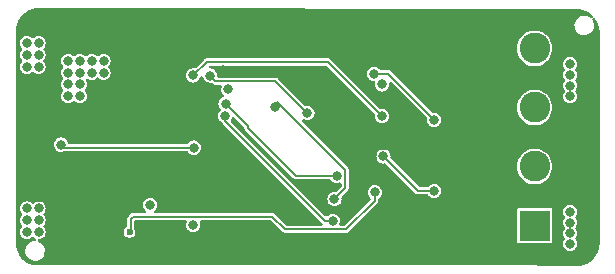
<source format=gbr>
%TF.GenerationSoftware,KiCad,Pcbnew,7.0.1-0*%
%TF.CreationDate,2023-11-20T21:41:34+01:00*%
%TF.ProjectId,luz,6c757a2e-6b69-4636-9164-5f7063625858,rev?*%
%TF.SameCoordinates,Original*%
%TF.FileFunction,Copper,L3,Inr*%
%TF.FilePolarity,Positive*%
%FSLAX46Y46*%
G04 Gerber Fmt 4.6, Leading zero omitted, Abs format (unit mm)*
G04 Created by KiCad (PCBNEW 7.0.1-0) date 2023-11-20 21:41:34*
%MOMM*%
%LPD*%
G01*
G04 APERTURE LIST*
%TA.AperFunction,ComponentPad*%
%ADD10C,2.600000*%
%TD*%
%TA.AperFunction,ComponentPad*%
%ADD11R,2.600000X2.600000*%
%TD*%
%TA.AperFunction,ViaPad*%
%ADD12C,0.800000*%
%TD*%
%TA.AperFunction,ViaPad*%
%ADD13C,0.600000*%
%TD*%
%TA.AperFunction,Conductor*%
%ADD14C,0.200000*%
%TD*%
G04 APERTURE END LIST*
D10*
%TO.N,GND*%
%TO.C,J2*%
X76500000Y-99450000D03*
%TO.N,Net-(J2-Pin_3)*%
X76500000Y-104450000D03*
%TO.N,Net-(J2-Pin_2)*%
X76500000Y-109450000D03*
D11*
%TO.N,VDCOUT*%
X76500000Y-114450000D03*
%TD*%
D12*
%TO.N,GND*%
X33500000Y-113000000D03*
X34500000Y-113000000D03*
X33500000Y-101000000D03*
X34500000Y-101000000D03*
%TO.N,VMon*%
X43950000Y-112695000D03*
%TO.N,VDCOUT*%
X47600000Y-114400000D03*
%TO.N,C1*%
X63700000Y-108600000D03*
%TO.N,C2*%
X62900000Y-101600000D03*
D13*
%TO.N,Net-(U5-EN)*%
X42200000Y-115000000D03*
D12*
%TO.N,VDCOUT*%
X40000000Y-101500000D03*
X40000000Y-100500000D03*
X38000000Y-103500000D03*
X38000000Y-101500000D03*
%TO.N,C2*%
X68000000Y-105500000D03*
%TO.N,C1*%
X68000000Y-111500000D03*
%TO.N,+3V3*%
X64500000Y-113000000D03*
%TO.N,VDCOUT*%
X39000000Y-101500000D03*
X38000000Y-102500000D03*
X38000000Y-100500000D03*
X37000000Y-101500000D03*
X37000000Y-103500000D03*
X37000000Y-102500000D03*
X39000000Y-100500000D03*
X37000000Y-100500000D03*
%TO.N,GND*%
X33500000Y-115000000D03*
X34500000Y-115000000D03*
X34500000Y-114000000D03*
X33500000Y-114000000D03*
X34500000Y-99000000D03*
X33500000Y-99000000D03*
X34500000Y-100000000D03*
X33500000Y-100000000D03*
X79500000Y-101700000D03*
X79500000Y-103500000D03*
X79500000Y-102600000D03*
X79500000Y-100800000D03*
X79500000Y-113300000D03*
X79500000Y-114200000D03*
X79500000Y-115100000D03*
X79500000Y-116000000D03*
%TO.N,Net-(U5-EN)*%
X62960000Y-111630000D03*
%TO.N,Net-(U5-IO0)*%
X63600000Y-102500000D03*
%TO.N,Net-(U5-IO27)*%
X47590000Y-101740000D03*
X63590000Y-105190000D03*
%TO.N,+3V3*%
X56300000Y-112600000D03*
X59260000Y-106540000D03*
X57310000Y-101680000D03*
%TO.N,VBUS_EN*%
X57260000Y-104940000D03*
%TO.N,HPIINT*%
X59550000Y-112200000D03*
X54550000Y-104450000D03*
%TO.N,+3V3*%
X50140000Y-101300000D03*
%TO.N,VDCOUT*%
X50550000Y-102920000D03*
%TO.N,SDA*%
X50330000Y-104130000D03*
%TO.N,SCL*%
X50300000Y-105180000D03*
%TO.N,VBUS_EN*%
X49000000Y-101750000D03*
%TO.N,SDA*%
X59750000Y-110250000D03*
%TO.N,SCL*%
X59400000Y-114050000D03*
%TO.N,CC1*%
X47650000Y-107850000D03*
%TO.N,+3V3*%
X39800000Y-114100000D03*
X46700000Y-112800000D03*
X46700000Y-111200000D03*
X46700000Y-109500000D03*
%TO.N,CC1*%
X36400000Y-107600000D03*
%TD*%
D14*
%TO.N,Net-(U5-EN)*%
X62960000Y-111630000D02*
X62960000Y-112360000D01*
X54300000Y-113700000D02*
X42500000Y-113700000D01*
X60570000Y-114750000D02*
X55350000Y-114750000D01*
X55350000Y-114750000D02*
X54300000Y-113700000D01*
X62960000Y-112360000D02*
X60570000Y-114750000D01*
X42300000Y-114900000D02*
X42200000Y-115000000D01*
X42500000Y-113700000D02*
X42300000Y-113900000D01*
X42300000Y-113900000D02*
X42300000Y-114900000D01*
%TO.N,C1*%
X66600000Y-111500000D02*
X63700000Y-108600000D01*
X68000000Y-111500000D02*
X66600000Y-111500000D01*
%TO.N,C2*%
X68000000Y-105500000D02*
X64100000Y-101600000D01*
X64100000Y-101600000D02*
X62900000Y-101600000D01*
%TO.N,Net-(U5-IO27)*%
X48730000Y-100600000D02*
X47590000Y-101740000D01*
X59000000Y-100600000D02*
X48730000Y-100600000D01*
X63590000Y-105190000D02*
X59000000Y-100600000D01*
%TO.N,VBUS_EN*%
X57260000Y-104940000D02*
X54540000Y-102220000D01*
X54540000Y-102220000D02*
X49470000Y-102220000D01*
X49470000Y-102220000D02*
X49000000Y-101750000D01*
%TO.N,HPIINT*%
X60450000Y-111300000D02*
X59550000Y-112200000D01*
X60450000Y-109710000D02*
X60450000Y-111300000D01*
X54720000Y-103980000D02*
X60450000Y-109710000D01*
%TO.N,SCL*%
X59400000Y-114050000D02*
X58750000Y-114050000D01*
X58750000Y-114050000D02*
X50300000Y-105600000D01*
X50300000Y-105600000D02*
X50300000Y-105180000D01*
%TO.N,SDA*%
X52200000Y-106150000D02*
X52200000Y-106000000D01*
X52200000Y-106000000D02*
X50330000Y-104130000D01*
%TO.N,CC1*%
X47650000Y-107850000D02*
X36650000Y-107850000D01*
X36650000Y-107850000D02*
X36400000Y-107600000D01*
%TO.N,SDA*%
X56300000Y-110250000D02*
X59750000Y-110250000D01*
X52200000Y-106150000D02*
X56300000Y-110250000D01*
%TD*%
%TA.AperFunction,Conductor*%
%TO.N,+3V3*%
G36*
X79948297Y-96100385D02*
G01*
X79948864Y-96100499D01*
X79995934Y-96100499D01*
X80004041Y-96100763D01*
X80083585Y-96105977D01*
X80083766Y-96105990D01*
X80261586Y-96118708D01*
X80276903Y-96120771D01*
X80388377Y-96142944D01*
X80390436Y-96143373D01*
X80530239Y-96173785D01*
X80543702Y-96177521D01*
X80657724Y-96216227D01*
X80661073Y-96217419D01*
X80788814Y-96265064D01*
X80800302Y-96270025D01*
X80865051Y-96301955D01*
X80910628Y-96324431D01*
X80915211Y-96326811D01*
X81032484Y-96390847D01*
X81041948Y-96396577D01*
X81145245Y-96465598D01*
X81150663Y-96469432D01*
X81219531Y-96520985D01*
X81256736Y-96548836D01*
X81264156Y-96554852D01*
X81356836Y-96636130D01*
X81357975Y-96637129D01*
X81363896Y-96642675D01*
X81421083Y-96699862D01*
X81452422Y-96752755D01*
X81454503Y-96814199D01*
X81426814Y-96869091D01*
X81376163Y-96903937D01*
X81315000Y-96910170D01*
X81258360Y-96886258D01*
X81128617Y-96787630D01*
X80965461Y-96712146D01*
X80789887Y-96673500D01*
X80655184Y-96673500D01*
X80655183Y-96673500D01*
X80521279Y-96688062D01*
X80350915Y-96745464D01*
X80196873Y-96838148D01*
X80066358Y-96961779D01*
X79965469Y-97110578D01*
X79898929Y-97277585D01*
X79869845Y-97454988D01*
X79879577Y-97634500D01*
X79904172Y-97723080D01*
X79927673Y-97807723D01*
X79969776Y-97887139D01*
X80011881Y-97966557D01*
X80128265Y-98103574D01*
X80271382Y-98212369D01*
X80434538Y-98287853D01*
X80434539Y-98287853D01*
X80434541Y-98287854D01*
X80610113Y-98326500D01*
X80744816Y-98326500D01*
X80744817Y-98326500D01*
X80811768Y-98319218D01*
X80878721Y-98311937D01*
X81049085Y-98254535D01*
X81203126Y-98161851D01*
X81333642Y-98038220D01*
X81434529Y-97889423D01*
X81501070Y-97722416D01*
X81530155Y-97545010D01*
X81520422Y-97365499D01*
X81472327Y-97192277D01*
X81415363Y-97084831D01*
X81394235Y-97044979D01*
X81379798Y-96985624D01*
X81395450Y-96926579D01*
X81437395Y-96882171D01*
X81495453Y-96863178D01*
X81555534Y-96874209D01*
X81603058Y-96912587D01*
X81630558Y-96949323D01*
X81634393Y-96954743D01*
X81703420Y-97058050D01*
X81709150Y-97067513D01*
X81773190Y-97184793D01*
X81775570Y-97189376D01*
X81829965Y-97299678D01*
X81834935Y-97311188D01*
X81882567Y-97438893D01*
X81883804Y-97442368D01*
X81922468Y-97556268D01*
X81926215Y-97569769D01*
X81956625Y-97709562D01*
X81957076Y-97711728D01*
X81979224Y-97823071D01*
X81981291Y-97838418D01*
X81994007Y-98016223D01*
X81994057Y-98016956D01*
X81999234Y-98095925D01*
X81999500Y-98104037D01*
X81999500Y-115895947D01*
X81999234Y-115904058D01*
X81994045Y-115983217D01*
X81993995Y-115983952D01*
X81981291Y-116161573D01*
X81979224Y-116176918D01*
X81957064Y-116288323D01*
X81956613Y-116290490D01*
X81926217Y-116430221D01*
X81922470Y-116443722D01*
X81883793Y-116557660D01*
X81882556Y-116561135D01*
X81834938Y-116688802D01*
X81829969Y-116700311D01*
X81775564Y-116810635D01*
X81773183Y-116815219D01*
X81709154Y-116932478D01*
X81703424Y-116941942D01*
X81634381Y-117045272D01*
X81630546Y-117050691D01*
X81551185Y-117156706D01*
X81545146Y-117164155D01*
X81462860Y-117257984D01*
X81457313Y-117263906D01*
X81363906Y-117357313D01*
X81357984Y-117362860D01*
X81264155Y-117445146D01*
X81256706Y-117451185D01*
X81150691Y-117530546D01*
X81145272Y-117534381D01*
X81041942Y-117603424D01*
X81032478Y-117609154D01*
X80915219Y-117673183D01*
X80910635Y-117675564D01*
X80800311Y-117729969D01*
X80788802Y-117734938D01*
X80661135Y-117782556D01*
X80657660Y-117783793D01*
X80543722Y-117822470D01*
X80530221Y-117826217D01*
X80390490Y-117856613D01*
X80388323Y-117857064D01*
X80276918Y-117879224D01*
X80261573Y-117881291D01*
X80083952Y-117893995D01*
X80083217Y-117894045D01*
X80004058Y-117899234D01*
X79995947Y-117899500D01*
X76824000Y-117899500D01*
X76762000Y-117882887D01*
X76716613Y-117837500D01*
X76710797Y-117815797D01*
X76700000Y-117805000D01*
X33999786Y-117805000D01*
X33959928Y-117798420D01*
X33946255Y-117793779D01*
X33916783Y-117783774D01*
X33913317Y-117782539D01*
X33785699Y-117734939D01*
X33774189Y-117729970D01*
X33663840Y-117675552D01*
X33659257Y-117673172D01*
X33542032Y-117609162D01*
X33532568Y-117603432D01*
X33429202Y-117534365D01*
X33423783Y-117530530D01*
X33317804Y-117451195D01*
X33310355Y-117445156D01*
X33216497Y-117362845D01*
X33210575Y-117357298D01*
X33117196Y-117263919D01*
X33111649Y-117257997D01*
X33111638Y-117257984D01*
X33029332Y-117164132D01*
X33023316Y-117156712D01*
X32943950Y-117050691D01*
X32940148Y-117045319D01*
X32871053Y-116941911D01*
X32865335Y-116932466D01*
X32801335Y-116815259D01*
X32798964Y-116810692D01*
X32787130Y-116786696D01*
X32744512Y-116700274D01*
X32739558Y-116688802D01*
X32691932Y-116561111D01*
X32690776Y-116557865D01*
X32652014Y-116443677D01*
X32648276Y-116430204D01*
X32617908Y-116290601D01*
X32617457Y-116288436D01*
X32601970Y-116210578D01*
X32595269Y-116176889D01*
X32593205Y-116161569D01*
X32580528Y-115984315D01*
X32580492Y-115983802D01*
X32575262Y-115904007D01*
X32574998Y-115895908D01*
X32574998Y-114999999D01*
X32894317Y-114999999D01*
X32914956Y-115156762D01*
X32975463Y-115302840D01*
X33071717Y-115428282D01*
X33195366Y-115523160D01*
X33197159Y-115524536D01*
X33343238Y-115585044D01*
X33500000Y-115605682D01*
X33656762Y-115585044D01*
X33802841Y-115524536D01*
X33924516Y-115431171D01*
X33973161Y-115408488D01*
X34026839Y-115408488D01*
X34075483Y-115431171D01*
X34197159Y-115524536D01*
X34197160Y-115524536D01*
X34197161Y-115524537D01*
X34222273Y-115534939D01*
X34275139Y-115576614D01*
X34298439Y-115639771D01*
X34285306Y-115705795D01*
X34239611Y-115755227D01*
X34174821Y-115773500D01*
X34155183Y-115773500D01*
X34021279Y-115788062D01*
X33850915Y-115845464D01*
X33696873Y-115938148D01*
X33566358Y-116061779D01*
X33465469Y-116210578D01*
X33398929Y-116377585D01*
X33369845Y-116554988D01*
X33379577Y-116734500D01*
X33414319Y-116859626D01*
X33427673Y-116907723D01*
X33445803Y-116941920D01*
X33511881Y-117066557D01*
X33628265Y-117203574D01*
X33771382Y-117312369D01*
X33934538Y-117387853D01*
X33934539Y-117387853D01*
X33934541Y-117387854D01*
X34110113Y-117426500D01*
X34244816Y-117426500D01*
X34244817Y-117426500D01*
X34311768Y-117419218D01*
X34378721Y-117411937D01*
X34549085Y-117354535D01*
X34703126Y-117261851D01*
X34833642Y-117138220D01*
X34934529Y-116989423D01*
X35001070Y-116822416D01*
X35030155Y-116645010D01*
X35020422Y-116465499D01*
X34972327Y-116292277D01*
X34888119Y-116133444D01*
X34888118Y-116133442D01*
X34774771Y-116000000D01*
X78894317Y-116000000D01*
X78914956Y-116156762D01*
X78975463Y-116302840D01*
X79071717Y-116428282D01*
X79120220Y-116465499D01*
X79197159Y-116524536D01*
X79343238Y-116585044D01*
X79500000Y-116605682D01*
X79656762Y-116585044D01*
X79802841Y-116524536D01*
X79928282Y-116428282D01*
X80024536Y-116302841D01*
X80085044Y-116156762D01*
X80105682Y-116000000D01*
X80105211Y-115996426D01*
X80099165Y-115950500D01*
X80085044Y-115843238D01*
X80024536Y-115697159D01*
X79969539Y-115625485D01*
X79946854Y-115576837D01*
X79946854Y-115523160D01*
X79969537Y-115474517D01*
X80024536Y-115402841D01*
X80085044Y-115256762D01*
X80105682Y-115100000D01*
X80085044Y-114943238D01*
X80024536Y-114797159D01*
X79969539Y-114725486D01*
X79946854Y-114676839D01*
X79946854Y-114623161D01*
X79969540Y-114574513D01*
X79983161Y-114556762D01*
X80024536Y-114502841D01*
X80085044Y-114356762D01*
X80105682Y-114200000D01*
X80085044Y-114043238D01*
X80024536Y-113897159D01*
X79969539Y-113825486D01*
X79946854Y-113776839D01*
X79946854Y-113723161D01*
X79969540Y-113674513D01*
X79976700Y-113665182D01*
X80024536Y-113602841D01*
X80085044Y-113456762D01*
X80105682Y-113300000D01*
X80085044Y-113143238D01*
X80024536Y-112997159D01*
X80024535Y-112997158D01*
X79928282Y-112871717D01*
X79802840Y-112775463D01*
X79656762Y-112714956D01*
X79500000Y-112694317D01*
X79343237Y-112714956D01*
X79197159Y-112775463D01*
X79071717Y-112871717D01*
X78975463Y-112997159D01*
X78914956Y-113143237D01*
X78894317Y-113300000D01*
X78914956Y-113456762D01*
X78975463Y-113602840D01*
X79030460Y-113674514D01*
X79053145Y-113723162D01*
X79053145Y-113776838D01*
X79030460Y-113825486D01*
X78975463Y-113897159D01*
X78914956Y-114043237D01*
X78894317Y-114200000D01*
X78914956Y-114356762D01*
X78975463Y-114502840D01*
X79030460Y-114574514D01*
X79053145Y-114623162D01*
X79053145Y-114676838D01*
X79030460Y-114725486D01*
X78975463Y-114797159D01*
X78914956Y-114943237D01*
X78894317Y-115100000D01*
X78914956Y-115256762D01*
X78975463Y-115402840D01*
X79030460Y-115474514D01*
X79053145Y-115523162D01*
X79053145Y-115576838D01*
X79030460Y-115625486D01*
X78975463Y-115697159D01*
X78914956Y-115843237D01*
X78894317Y-116000000D01*
X34774771Y-116000000D01*
X34771734Y-115996425D01*
X34628617Y-115887629D01*
X34513984Y-115834595D01*
X34465273Y-115794306D01*
X34455910Y-115769749D01*
X74999500Y-115769749D01*
X75011132Y-115828230D01*
X75055447Y-115894552D01*
X75121769Y-115938867D01*
X75180251Y-115950500D01*
X75180252Y-115950500D01*
X77819748Y-115950500D01*
X77819749Y-115950500D01*
X77848989Y-115944683D01*
X77878231Y-115938867D01*
X77944552Y-115894552D01*
X77988867Y-115828231D01*
X78000500Y-115769748D01*
X78000500Y-113130252D01*
X77988867Y-113071769D01*
X77988866Y-113071768D01*
X77944552Y-113005447D01*
X77878230Y-112961132D01*
X77819749Y-112949500D01*
X77819748Y-112949500D01*
X75180252Y-112949500D01*
X75180251Y-112949500D01*
X75121769Y-112961132D01*
X75055447Y-113005447D01*
X75011132Y-113071769D01*
X74999500Y-113130251D01*
X74999500Y-115769749D01*
X34455910Y-115769749D01*
X34442753Y-115735240D01*
X34452275Y-115672748D01*
X34491365Y-115623070D01*
X34549864Y-115599117D01*
X34656762Y-115585044D01*
X34802841Y-115524536D01*
X34928282Y-115428282D01*
X35024536Y-115302841D01*
X35085044Y-115156762D01*
X35105682Y-115000000D01*
X41694353Y-115000000D01*
X41714834Y-115142457D01*
X41774623Y-115273374D01*
X41827864Y-115334817D01*
X41868872Y-115382143D01*
X41989947Y-115459953D01*
X42128039Y-115500500D01*
X42271961Y-115500500D01*
X42410053Y-115459953D01*
X42531128Y-115382143D01*
X42625377Y-115273373D01*
X42685165Y-115142457D01*
X42705647Y-115000000D01*
X42685165Y-114857543D01*
X42657588Y-114797159D01*
X42619676Y-114714143D01*
X42608319Y-114695002D01*
X42600500Y-114651668D01*
X42600500Y-114124500D01*
X42617113Y-114062500D01*
X42662500Y-114017113D01*
X42724500Y-114000500D01*
X46929922Y-114000500D01*
X46988375Y-114015142D01*
X47033024Y-114055609D01*
X47053325Y-114112345D01*
X47044483Y-114171952D01*
X47014956Y-114243237D01*
X46994317Y-114400000D01*
X47014956Y-114556762D01*
X47075463Y-114702840D01*
X47171717Y-114828282D01*
X47282804Y-114913521D01*
X47297159Y-114924536D01*
X47443238Y-114985044D01*
X47600000Y-115005682D01*
X47756762Y-114985044D01*
X47902841Y-114924536D01*
X48028282Y-114828282D01*
X48124536Y-114702841D01*
X48185044Y-114556762D01*
X48205682Y-114400000D01*
X48185044Y-114243238D01*
X48167134Y-114200000D01*
X48155517Y-114171952D01*
X48146675Y-114112345D01*
X48166976Y-114055609D01*
X48211625Y-114015142D01*
X48270078Y-114000500D01*
X54124167Y-114000500D01*
X54171620Y-114009939D01*
X54211848Y-114036819D01*
X55088550Y-114913521D01*
X55098507Y-114927358D01*
X55106041Y-114934226D01*
X55106042Y-114934228D01*
X55119429Y-114946432D01*
X55140316Y-114965474D01*
X55144457Y-114969429D01*
X55157888Y-114982860D01*
X55169328Y-114991922D01*
X55189065Y-115009915D01*
X55189066Y-115009915D01*
X55189067Y-115009916D01*
X55195340Y-115012346D01*
X55195523Y-115012417D01*
X55220810Y-115025745D01*
X55226519Y-115029656D01*
X55252514Y-115035769D01*
X55268910Y-115040846D01*
X55293827Y-115050500D01*
X55300751Y-115050500D01*
X55329140Y-115053793D01*
X55335881Y-115055379D01*
X55362333Y-115051688D01*
X55379465Y-115050500D01*
X60500757Y-115050500D01*
X60517577Y-115053243D01*
X60527762Y-115052772D01*
X60527765Y-115052773D01*
X60574080Y-115050631D01*
X60579805Y-115050500D01*
X60598824Y-115050500D01*
X60613318Y-115048817D01*
X60639992Y-115047585D01*
X60646330Y-115044786D01*
X60673633Y-115036332D01*
X60680433Y-115035061D01*
X60703143Y-115020998D01*
X60718325Y-115012996D01*
X60742765Y-115002206D01*
X60747659Y-114997311D01*
X60770063Y-114979564D01*
X60775952Y-114975919D01*
X60792053Y-114954595D01*
X60803313Y-114941656D01*
X63123518Y-112621451D01*
X63137353Y-112611498D01*
X63144225Y-112603959D01*
X63144228Y-112603958D01*
X63175488Y-112569666D01*
X63179379Y-112565590D01*
X63192174Y-112552797D01*
X63192178Y-112552790D01*
X63192868Y-112552101D01*
X63201922Y-112540671D01*
X63219914Y-112520935D01*
X63219913Y-112520935D01*
X63219916Y-112520933D01*
X63222419Y-112514470D01*
X63235743Y-112489191D01*
X63239656Y-112483481D01*
X63245770Y-112457481D01*
X63250846Y-112441089D01*
X63260500Y-112416173D01*
X63260500Y-112409249D01*
X63263794Y-112380856D01*
X63265379Y-112374119D01*
X63261688Y-112347666D01*
X63260500Y-112330535D01*
X63260500Y-112217482D01*
X63273288Y-112162638D01*
X63309014Y-112119106D01*
X63388282Y-112058282D01*
X63484536Y-111932841D01*
X63545044Y-111786762D01*
X63565682Y-111630000D01*
X63545044Y-111473238D01*
X63484536Y-111327159D01*
X63441087Y-111270535D01*
X63388282Y-111201717D01*
X63262840Y-111105463D01*
X63116762Y-111044956D01*
X62960000Y-111024317D01*
X62803237Y-111044956D01*
X62657159Y-111105463D01*
X62531717Y-111201717D01*
X62435463Y-111327159D01*
X62374956Y-111473237D01*
X62354317Y-111629999D01*
X62374956Y-111786762D01*
X62435463Y-111932840D01*
X62531717Y-112058282D01*
X62592134Y-112104641D01*
X62633170Y-112160606D01*
X62637709Y-112229855D01*
X62604329Y-112290698D01*
X60481848Y-114413181D01*
X60441620Y-114440061D01*
X60394167Y-114449500D01*
X60070078Y-114449500D01*
X60011625Y-114434858D01*
X59966976Y-114394391D01*
X59946675Y-114337655D01*
X59955517Y-114278048D01*
X59969935Y-114243238D01*
X59985044Y-114206762D01*
X60005682Y-114050000D01*
X59985044Y-113893238D01*
X59924536Y-113747159D01*
X59893877Y-113707203D01*
X59828282Y-113621717D01*
X59702840Y-113525463D01*
X59556762Y-113464956D01*
X59400000Y-113444317D01*
X59243237Y-113464956D01*
X59097159Y-113525463D01*
X58971716Y-113621719D01*
X58960088Y-113636872D01*
X58904123Y-113677905D01*
X58834875Y-113682442D01*
X58774034Y-113649063D01*
X50807334Y-105682363D01*
X50776754Y-105631969D01*
X50772899Y-105573148D01*
X50796638Y-105519197D01*
X50824536Y-105482841D01*
X50880439Y-105347877D01*
X50916334Y-105299479D01*
X50970807Y-105273715D01*
X51030994Y-105276671D01*
X51082680Y-105307651D01*
X51863181Y-106088152D01*
X51890061Y-106128380D01*
X51899500Y-106175833D01*
X51899500Y-106178819D01*
X51901181Y-106193307D01*
X51902415Y-106219993D01*
X51905213Y-106226330D01*
X51913666Y-106253626D01*
X51914938Y-106260434D01*
X51928997Y-106283140D01*
X51937002Y-106298327D01*
X51947792Y-106322763D01*
X51952688Y-106327659D01*
X51970434Y-106350063D01*
X51974081Y-106355952D01*
X51995396Y-106372048D01*
X52008351Y-106383322D01*
X56038551Y-110413523D01*
X56048507Y-110427360D01*
X56090305Y-110465465D01*
X56094446Y-110469419D01*
X56107885Y-110482858D01*
X56119333Y-110491926D01*
X56139067Y-110509916D01*
X56145520Y-110512415D01*
X56170806Y-110525743D01*
X56176520Y-110529657D01*
X56202514Y-110535771D01*
X56218908Y-110540846D01*
X56243827Y-110550500D01*
X56250752Y-110550500D01*
X56279142Y-110553794D01*
X56285881Y-110555379D01*
X56312332Y-110551689D01*
X56329464Y-110550500D01*
X59162518Y-110550500D01*
X59217362Y-110563288D01*
X59260893Y-110599013D01*
X59321718Y-110678282D01*
X59447159Y-110774536D01*
X59593238Y-110835044D01*
X59750000Y-110855682D01*
X59906762Y-110835044D01*
X59950382Y-110816976D01*
X59978048Y-110805517D01*
X60037655Y-110796675D01*
X60094391Y-110816976D01*
X60134858Y-110861625D01*
X60149500Y-110920078D01*
X60149500Y-111124167D01*
X60140061Y-111171620D01*
X60113181Y-111211848D01*
X59752926Y-111572101D01*
X59705103Y-111601839D01*
X59649060Y-111607359D01*
X59550000Y-111594317D01*
X59393237Y-111614956D01*
X59247159Y-111675463D01*
X59121717Y-111771717D01*
X59025463Y-111897159D01*
X58964956Y-112043237D01*
X58944317Y-112199999D01*
X58964956Y-112356762D01*
X59025463Y-112502840D01*
X59121717Y-112628282D01*
X59234674Y-112714956D01*
X59247159Y-112724536D01*
X59393238Y-112785044D01*
X59550000Y-112805682D01*
X59706762Y-112785044D01*
X59852841Y-112724536D01*
X59978282Y-112628282D01*
X60074536Y-112502841D01*
X60135044Y-112356762D01*
X60155682Y-112200000D01*
X60142640Y-112100936D01*
X60148160Y-112044894D01*
X60177896Y-111997073D01*
X60613518Y-111561451D01*
X60627353Y-111551498D01*
X60634225Y-111543959D01*
X60634228Y-111543958D01*
X60665488Y-111509666D01*
X60669379Y-111505590D01*
X60682174Y-111492797D01*
X60682178Y-111492790D01*
X60682868Y-111492101D01*
X60691922Y-111480671D01*
X60709914Y-111460935D01*
X60709913Y-111460935D01*
X60709916Y-111460933D01*
X60712419Y-111454470D01*
X60725743Y-111429191D01*
X60729656Y-111423481D01*
X60735770Y-111397481D01*
X60740846Y-111381089D01*
X60750500Y-111356173D01*
X60750500Y-111349249D01*
X60753794Y-111320856D01*
X60755379Y-111314119D01*
X60751688Y-111287666D01*
X60750500Y-111270535D01*
X60750500Y-109779244D01*
X60753243Y-109762423D01*
X60752772Y-109752237D01*
X60752773Y-109752236D01*
X60750631Y-109705920D01*
X60750500Y-109700196D01*
X60750500Y-109681178D01*
X60748817Y-109666680D01*
X60747585Y-109640009D01*
X60744786Y-109633671D01*
X60736332Y-109606367D01*
X60735061Y-109599568D01*
X60735061Y-109599567D01*
X60720997Y-109576853D01*
X60712994Y-109561669D01*
X60702206Y-109537235D01*
X60697309Y-109532338D01*
X60679563Y-109509933D01*
X60675919Y-109504048D01*
X60654602Y-109487950D01*
X60641648Y-109476677D01*
X59764970Y-108599999D01*
X63094317Y-108599999D01*
X63114956Y-108756762D01*
X63175463Y-108902840D01*
X63271717Y-109028282D01*
X63397159Y-109124536D01*
X63543238Y-109185044D01*
X63679361Y-109202964D01*
X63699999Y-109205682D01*
X63699999Y-109205681D01*
X63700000Y-109205682D01*
X63799062Y-109192640D01*
X63855104Y-109198160D01*
X63902927Y-109227898D01*
X66338550Y-111663521D01*
X66348507Y-111677358D01*
X66356041Y-111684226D01*
X66356042Y-111684228D01*
X66369429Y-111696432D01*
X66390316Y-111715474D01*
X66394457Y-111719429D01*
X66407888Y-111732860D01*
X66419328Y-111741922D01*
X66439065Y-111759915D01*
X66439066Y-111759915D01*
X66439067Y-111759916D01*
X66445340Y-111762346D01*
X66445523Y-111762417D01*
X66470810Y-111775745D01*
X66476519Y-111779656D01*
X66502514Y-111785769D01*
X66518910Y-111790846D01*
X66543827Y-111800500D01*
X66550751Y-111800500D01*
X66579140Y-111803793D01*
X66585881Y-111805379D01*
X66612333Y-111801688D01*
X66629465Y-111800500D01*
X67412518Y-111800500D01*
X67467362Y-111813288D01*
X67510893Y-111849013D01*
X67571718Y-111928282D01*
X67697159Y-112024536D01*
X67843238Y-112085044D01*
X68000000Y-112105682D01*
X68156762Y-112085044D01*
X68302841Y-112024536D01*
X68428282Y-111928282D01*
X68524536Y-111802841D01*
X68585044Y-111656762D01*
X68605682Y-111500000D01*
X68585044Y-111343238D01*
X68524536Y-111197159D01*
X68498464Y-111163181D01*
X68428282Y-111071717D01*
X68302840Y-110975463D01*
X68156762Y-110914956D01*
X68000000Y-110894317D01*
X67843237Y-110914956D01*
X67697159Y-110975463D01*
X67571718Y-111071717D01*
X67510894Y-111150986D01*
X67467362Y-111186712D01*
X67412518Y-111199500D01*
X66775834Y-111199500D01*
X66728381Y-111190061D01*
X66688153Y-111163181D01*
X64974971Y-109450000D01*
X74994356Y-109450000D01*
X75014891Y-109697816D01*
X75014891Y-109697819D01*
X75014892Y-109697821D01*
X75075937Y-109938881D01*
X75080595Y-109949500D01*
X75175825Y-110166604D01*
X75175827Y-110166607D01*
X75311836Y-110374785D01*
X75480256Y-110557738D01*
X75480259Y-110557740D01*
X75676485Y-110710470D01*
X75676487Y-110710471D01*
X75676491Y-110710474D01*
X75895190Y-110828828D01*
X76130386Y-110909571D01*
X76375665Y-110950500D01*
X76624335Y-110950500D01*
X76869614Y-110909571D01*
X77104810Y-110828828D01*
X77323509Y-110710474D01*
X77519744Y-110557738D01*
X77688164Y-110374785D01*
X77824173Y-110166607D01*
X77924063Y-109938881D01*
X77985108Y-109697821D01*
X78005643Y-109450000D01*
X77985108Y-109202179D01*
X77924063Y-108961119D01*
X77824173Y-108733393D01*
X77688164Y-108525215D01*
X77519744Y-108342262D01*
X77437543Y-108278282D01*
X77323514Y-108189529D01*
X77323510Y-108189526D01*
X77323509Y-108189526D01*
X77104810Y-108071172D01*
X77104806Y-108071170D01*
X77104805Y-108071170D01*
X76869615Y-107990429D01*
X76624335Y-107949500D01*
X76375665Y-107949500D01*
X76130384Y-107990429D01*
X75895194Y-108071170D01*
X75676485Y-108189529D01*
X75480259Y-108342259D01*
X75311837Y-108525214D01*
X75175825Y-108733395D01*
X75075938Y-108961117D01*
X75014891Y-109202183D01*
X74994356Y-109450000D01*
X64974971Y-109450000D01*
X64327898Y-108802927D01*
X64298160Y-108755104D01*
X64292640Y-108699062D01*
X64305682Y-108600000D01*
X64285044Y-108443238D01*
X64224536Y-108297159D01*
X64210051Y-108278282D01*
X64128282Y-108171717D01*
X64002840Y-108075463D01*
X63856762Y-108014956D01*
X63700000Y-107994317D01*
X63543237Y-108014956D01*
X63397159Y-108075463D01*
X63271717Y-108171717D01*
X63175463Y-108297159D01*
X63114956Y-108443237D01*
X63094317Y-108599999D01*
X59764970Y-108599999D01*
X56838624Y-105673653D01*
X56805731Y-105614919D01*
X56808374Y-105547654D01*
X56845773Y-105491682D01*
X56906907Y-105463499D01*
X56973756Y-105471410D01*
X57103238Y-105525044D01*
X57260000Y-105545682D01*
X57416762Y-105525044D01*
X57562841Y-105464536D01*
X57688282Y-105368282D01*
X57784536Y-105242841D01*
X57845044Y-105096762D01*
X57865682Y-104940000D01*
X57845044Y-104783238D01*
X57784536Y-104637159D01*
X57761212Y-104606762D01*
X57688282Y-104511717D01*
X57562840Y-104415463D01*
X57416762Y-104354956D01*
X57259999Y-104334317D01*
X57160938Y-104347359D01*
X57104894Y-104341839D01*
X57057072Y-104312101D01*
X54801450Y-102056479D01*
X54791497Y-102042645D01*
X54749681Y-102004524D01*
X54745540Y-102000569D01*
X54732110Y-101987139D01*
X54720678Y-101978083D01*
X54700934Y-101960084D01*
X54694468Y-101957579D01*
X54669192Y-101944256D01*
X54663481Y-101940344D01*
X54663480Y-101940343D01*
X54663478Y-101940342D01*
X54637484Y-101934228D01*
X54621087Y-101929151D01*
X54596173Y-101919500D01*
X54589249Y-101919500D01*
X54560859Y-101916206D01*
X54554119Y-101914621D01*
X54554118Y-101914621D01*
X54542757Y-101916206D01*
X54527666Y-101918311D01*
X54510535Y-101919500D01*
X49724762Y-101919500D01*
X49658137Y-101900081D01*
X49612380Y-101847905D01*
X49601823Y-101779315D01*
X49605682Y-101750000D01*
X49593407Y-101656762D01*
X49585044Y-101593238D01*
X49524536Y-101447159D01*
X49444795Y-101343238D01*
X49428282Y-101321717D01*
X49302840Y-101225463D01*
X49156762Y-101164956D01*
X49023707Y-101147439D01*
X48966570Y-101124499D01*
X48927510Y-101076905D01*
X48916157Y-101016390D01*
X48935311Y-100957875D01*
X48980249Y-100915786D01*
X49039892Y-100900500D01*
X58824167Y-100900500D01*
X58871620Y-100909939D01*
X58911848Y-100936819D01*
X62962101Y-104987072D01*
X62991839Y-105034894D01*
X62997359Y-105090938D01*
X62984317Y-105189999D01*
X63004956Y-105346762D01*
X63065463Y-105492840D01*
X63161717Y-105618282D01*
X63211866Y-105656762D01*
X63287159Y-105714536D01*
X63433238Y-105775044D01*
X63590000Y-105795682D01*
X63746762Y-105775044D01*
X63892841Y-105714536D01*
X64018282Y-105618282D01*
X64114536Y-105492841D01*
X64175044Y-105346762D01*
X64195682Y-105190000D01*
X64175044Y-105033238D01*
X64114536Y-104887159D01*
X64107725Y-104878283D01*
X64018282Y-104761717D01*
X63892840Y-104665463D01*
X63746762Y-104604956D01*
X63589999Y-104584317D01*
X63490938Y-104597359D01*
X63434894Y-104591839D01*
X63387072Y-104562101D01*
X60424970Y-101599999D01*
X62294317Y-101599999D01*
X62314956Y-101756762D01*
X62375463Y-101902840D01*
X62471717Y-102028282D01*
X62551775Y-102089712D01*
X62597159Y-102124536D01*
X62743238Y-102185044D01*
X62900000Y-102205682D01*
X62900002Y-102205681D01*
X62907859Y-102206716D01*
X62967160Y-102231279D01*
X63006235Y-102282202D01*
X63014613Y-102345840D01*
X62994317Y-102499999D01*
X63014956Y-102656762D01*
X63075463Y-102802840D01*
X63171717Y-102928282D01*
X63265183Y-103000000D01*
X63297159Y-103024536D01*
X63443238Y-103085044D01*
X63600000Y-103105682D01*
X63756762Y-103085044D01*
X63902841Y-103024536D01*
X64028282Y-102928282D01*
X64124536Y-102802841D01*
X64185044Y-102656762D01*
X64205682Y-102500000D01*
X64197364Y-102436819D01*
X64204539Y-102376199D01*
X64239771Y-102326346D01*
X64294522Y-102299346D01*
X64355521Y-102301742D01*
X64407984Y-102332955D01*
X67372101Y-105297072D01*
X67401839Y-105344894D01*
X67407359Y-105400938D01*
X67394317Y-105499999D01*
X67414956Y-105656762D01*
X67475463Y-105802840D01*
X67571717Y-105928282D01*
X67656145Y-105993065D01*
X67697159Y-106024536D01*
X67843238Y-106085044D01*
X68000000Y-106105682D01*
X68156762Y-106085044D01*
X68302841Y-106024536D01*
X68428282Y-105928282D01*
X68524536Y-105802841D01*
X68585044Y-105656762D01*
X68605682Y-105500000D01*
X68585044Y-105343238D01*
X68524536Y-105197159D01*
X68519042Y-105189999D01*
X68428282Y-105071717D01*
X68302840Y-104975463D01*
X68156762Y-104914956D01*
X67999999Y-104894317D01*
X67900938Y-104907359D01*
X67844894Y-104901839D01*
X67797072Y-104872101D01*
X67374971Y-104450000D01*
X74994356Y-104450000D01*
X75014891Y-104697816D01*
X75014891Y-104697819D01*
X75014892Y-104697821D01*
X75075937Y-104938881D01*
X75116299Y-105030896D01*
X75175825Y-105166604D01*
X75175827Y-105166607D01*
X75311836Y-105374785D01*
X75480256Y-105557738D01*
X75480259Y-105557740D01*
X75676485Y-105710470D01*
X75676487Y-105710471D01*
X75676491Y-105710474D01*
X75895190Y-105828828D01*
X76130386Y-105909571D01*
X76375665Y-105950500D01*
X76624335Y-105950500D01*
X76869614Y-105909571D01*
X77104810Y-105828828D01*
X77323509Y-105710474D01*
X77519744Y-105557738D01*
X77688164Y-105374785D01*
X77824173Y-105166607D01*
X77924063Y-104938881D01*
X77985108Y-104697821D01*
X78005643Y-104450000D01*
X77985108Y-104202179D01*
X77924063Y-103961119D01*
X77824173Y-103733393D01*
X77688164Y-103525215D01*
X77664952Y-103500000D01*
X78894317Y-103500000D01*
X78914956Y-103656762D01*
X78975463Y-103802840D01*
X79071717Y-103928282D01*
X79197159Y-104024536D01*
X79343238Y-104085044D01*
X79500000Y-104105682D01*
X79656762Y-104085044D01*
X79802841Y-104024536D01*
X79928282Y-103928282D01*
X80024536Y-103802841D01*
X80085044Y-103656762D01*
X80105682Y-103500000D01*
X80085044Y-103343238D01*
X80024536Y-103197159D01*
X79969539Y-103125486D01*
X79946854Y-103076839D01*
X79946854Y-103023161D01*
X79969540Y-102974513D01*
X79970577Y-102973162D01*
X80024536Y-102902841D01*
X80085044Y-102756762D01*
X80105682Y-102600000D01*
X80085044Y-102443238D01*
X80024536Y-102297159D01*
X79969539Y-102225486D01*
X79946854Y-102176839D01*
X79946854Y-102123161D01*
X79969540Y-102074513D01*
X79983378Y-102056479D01*
X80024536Y-102002841D01*
X80085044Y-101856762D01*
X80105682Y-101700000D01*
X80085044Y-101543238D01*
X80024536Y-101397159D01*
X79969539Y-101325486D01*
X79946854Y-101276839D01*
X79946854Y-101223161D01*
X79969540Y-101174513D01*
X79971685Y-101171718D01*
X80024536Y-101102841D01*
X80085044Y-100956762D01*
X80105682Y-100800000D01*
X80085044Y-100643238D01*
X80024536Y-100497159D01*
X79962086Y-100415772D01*
X79928282Y-100371717D01*
X79802840Y-100275463D01*
X79656762Y-100214956D01*
X79500000Y-100194317D01*
X79343237Y-100214956D01*
X79197159Y-100275463D01*
X79071717Y-100371717D01*
X78975463Y-100497159D01*
X78914956Y-100643237D01*
X78894317Y-100800000D01*
X78914956Y-100956762D01*
X78975463Y-101102840D01*
X79030460Y-101174514D01*
X79053145Y-101223162D01*
X79053145Y-101276838D01*
X79030460Y-101325486D01*
X78975463Y-101397159D01*
X78914956Y-101543237D01*
X78894317Y-101699999D01*
X78914956Y-101856762D01*
X78975463Y-102002840D01*
X79030460Y-102074514D01*
X79053145Y-102123162D01*
X79053145Y-102176838D01*
X79030460Y-102225486D01*
X78975463Y-102297159D01*
X78914956Y-102443237D01*
X78894317Y-102600000D01*
X78914956Y-102756762D01*
X78975463Y-102902840D01*
X79030460Y-102974514D01*
X79053145Y-103023162D01*
X79053145Y-103076838D01*
X79030460Y-103125486D01*
X78975463Y-103197159D01*
X78914956Y-103343237D01*
X78894317Y-103500000D01*
X77664952Y-103500000D01*
X77519744Y-103342262D01*
X77497612Y-103325036D01*
X77323514Y-103189529D01*
X77323510Y-103189526D01*
X77323509Y-103189526D01*
X77104810Y-103071172D01*
X77104806Y-103071170D01*
X77104805Y-103071170D01*
X76869615Y-102990429D01*
X76624335Y-102949500D01*
X76375665Y-102949500D01*
X76130384Y-102990429D01*
X75895194Y-103071170D01*
X75895190Y-103071171D01*
X75895190Y-103071172D01*
X75869559Y-103085043D01*
X75676485Y-103189529D01*
X75480259Y-103342259D01*
X75480256Y-103342261D01*
X75480256Y-103342262D01*
X75479358Y-103343238D01*
X75311837Y-103525214D01*
X75175825Y-103733395D01*
X75120858Y-103858709D01*
X75075937Y-103961119D01*
X75033171Y-104129999D01*
X75014891Y-104202183D01*
X74994356Y-104450000D01*
X67374971Y-104450000D01*
X64361450Y-101436479D01*
X64351497Y-101422645D01*
X64309681Y-101384524D01*
X64305540Y-101380569D01*
X64292110Y-101367139D01*
X64280678Y-101358083D01*
X64260934Y-101340084D01*
X64254468Y-101337579D01*
X64229192Y-101324256D01*
X64223481Y-101320344D01*
X64223480Y-101320343D01*
X64223478Y-101320342D01*
X64197484Y-101314228D01*
X64181087Y-101309151D01*
X64156173Y-101299500D01*
X64149249Y-101299500D01*
X64120859Y-101296206D01*
X64114119Y-101294621D01*
X64114118Y-101294621D01*
X64102757Y-101296206D01*
X64087666Y-101298311D01*
X64070535Y-101299500D01*
X63487482Y-101299500D01*
X63432638Y-101286712D01*
X63389106Y-101250986D01*
X63369522Y-101225464D01*
X63328282Y-101171718D01*
X63306437Y-101154956D01*
X63202840Y-101075463D01*
X63056762Y-101014956D01*
X62900000Y-100994317D01*
X62743237Y-101014956D01*
X62597159Y-101075463D01*
X62471717Y-101171717D01*
X62375463Y-101297159D01*
X62314956Y-101443237D01*
X62294317Y-101599999D01*
X60424970Y-101599999D01*
X59261450Y-100436479D01*
X59251497Y-100422645D01*
X59209681Y-100384524D01*
X59205540Y-100380569D01*
X59192110Y-100367139D01*
X59180678Y-100358083D01*
X59160934Y-100340084D01*
X59154468Y-100337579D01*
X59129192Y-100324256D01*
X59123481Y-100320344D01*
X59123480Y-100320343D01*
X59123478Y-100320342D01*
X59097484Y-100314228D01*
X59081087Y-100309151D01*
X59056173Y-100299500D01*
X59049249Y-100299500D01*
X59020859Y-100296206D01*
X59014119Y-100294621D01*
X59014118Y-100294621D01*
X59002757Y-100296206D01*
X58987666Y-100298311D01*
X58970535Y-100299500D01*
X48799243Y-100299500D01*
X48782422Y-100296756D01*
X48739308Y-100298749D01*
X48725919Y-100299368D01*
X48720195Y-100299500D01*
X48701183Y-100299500D01*
X48686695Y-100301181D01*
X48660006Y-100302415D01*
X48653662Y-100305216D01*
X48626382Y-100313664D01*
X48619565Y-100314938D01*
X48596855Y-100328999D01*
X48581672Y-100337002D01*
X48557232Y-100347793D01*
X48552331Y-100352695D01*
X48529937Y-100370434D01*
X48524048Y-100374080D01*
X48507953Y-100395393D01*
X48496682Y-100408344D01*
X47792925Y-101112101D01*
X47745103Y-101141839D01*
X47689059Y-101147359D01*
X47590000Y-101134317D01*
X47433237Y-101154956D01*
X47287159Y-101215463D01*
X47161717Y-101311717D01*
X47065463Y-101437159D01*
X47004956Y-101583237D01*
X46984317Y-101740000D01*
X47004956Y-101896762D01*
X47065463Y-102042840D01*
X47161717Y-102168282D01*
X47287158Y-102264535D01*
X47287159Y-102264536D01*
X47433238Y-102325044D01*
X47590000Y-102345682D01*
X47746762Y-102325044D01*
X47892841Y-102264536D01*
X48018282Y-102168282D01*
X48114536Y-102042841D01*
X48175044Y-101896762D01*
X48175044Y-101896757D01*
X48178998Y-101887213D01*
X48218068Y-101836293D01*
X48277363Y-101811727D01*
X48340998Y-101820098D01*
X48391923Y-101859163D01*
X48405883Y-101892850D01*
X48408709Y-101891680D01*
X48475463Y-102052840D01*
X48571717Y-102178282D01*
X48640785Y-102231279D01*
X48697159Y-102274536D01*
X48843238Y-102335044D01*
X48979361Y-102352964D01*
X48999999Y-102355682D01*
X48999999Y-102355681D01*
X49000000Y-102355682D01*
X49099062Y-102342640D01*
X49155104Y-102348160D01*
X49202927Y-102377898D01*
X49208550Y-102383521D01*
X49218507Y-102397358D01*
X49226041Y-102404226D01*
X49226042Y-102404228D01*
X49239429Y-102416432D01*
X49260316Y-102435474D01*
X49264457Y-102439429D01*
X49277888Y-102452860D01*
X49289328Y-102461922D01*
X49309065Y-102479915D01*
X49309066Y-102479915D01*
X49309067Y-102479916D01*
X49315340Y-102482346D01*
X49315523Y-102482417D01*
X49340810Y-102495745D01*
X49346519Y-102499656D01*
X49372514Y-102505769D01*
X49388910Y-102510846D01*
X49413827Y-102520500D01*
X49420751Y-102520500D01*
X49449140Y-102523793D01*
X49455881Y-102525379D01*
X49482333Y-102521688D01*
X49499465Y-102520500D01*
X49879922Y-102520500D01*
X49938375Y-102535142D01*
X49983024Y-102575609D01*
X50003325Y-102632345D01*
X49994483Y-102691952D01*
X49964956Y-102763237D01*
X49944317Y-102920000D01*
X49964956Y-103076762D01*
X50025463Y-103222840D01*
X50121717Y-103348282D01*
X50135842Y-103359120D01*
X50174917Y-103410043D01*
X50183295Y-103473681D01*
X50158732Y-103532982D01*
X50107809Y-103572057D01*
X50027158Y-103605463D01*
X49901717Y-103701717D01*
X49805463Y-103827159D01*
X49744956Y-103973237D01*
X49724317Y-104130000D01*
X49744956Y-104286762D01*
X49805463Y-104432840D01*
X49908536Y-104567168D01*
X49933099Y-104626469D01*
X49924721Y-104690106D01*
X49885647Y-104741029D01*
X49871718Y-104751716D01*
X49775463Y-104877159D01*
X49714956Y-105023237D01*
X49694317Y-105180000D01*
X49714956Y-105336762D01*
X49775463Y-105482840D01*
X49871717Y-105608282D01*
X50003030Y-105709041D01*
X50040977Y-105757329D01*
X50047792Y-105772763D01*
X50052688Y-105777659D01*
X50070434Y-105800063D01*
X50072154Y-105802840D01*
X50074081Y-105805952D01*
X50095396Y-105822048D01*
X50108351Y-105833322D01*
X58488551Y-114213523D01*
X58498507Y-114227359D01*
X58505642Y-114233864D01*
X58538538Y-114282852D01*
X58545067Y-114341497D01*
X58523750Y-114396520D01*
X58479416Y-114435460D01*
X58422103Y-114449500D01*
X55525833Y-114449500D01*
X55478380Y-114440061D01*
X55438152Y-114413181D01*
X54561450Y-113536479D01*
X54551497Y-113522645D01*
X54509681Y-113484524D01*
X54505540Y-113480569D01*
X54492110Y-113467139D01*
X54480678Y-113458083D01*
X54460934Y-113440084D01*
X54454468Y-113437579D01*
X54429192Y-113424256D01*
X54423481Y-113420344D01*
X54423480Y-113420343D01*
X54423478Y-113420342D01*
X54397484Y-113414228D01*
X54381087Y-113409151D01*
X54356173Y-113399500D01*
X54349249Y-113399500D01*
X54320859Y-113396206D01*
X54314119Y-113394621D01*
X54314118Y-113394621D01*
X54302757Y-113396206D01*
X54287666Y-113398311D01*
X54270535Y-113399500D01*
X44383600Y-113399500D01*
X44324432Y-113384473D01*
X44279605Y-113343035D01*
X44259982Y-113285229D01*
X44270320Y-113225065D01*
X44308114Y-113177124D01*
X44378282Y-113123282D01*
X44417809Y-113071769D01*
X44474536Y-112997841D01*
X44535044Y-112851762D01*
X44555682Y-112695000D01*
X44535044Y-112538238D01*
X44474536Y-112392159D01*
X44465863Y-112380856D01*
X44378282Y-112266717D01*
X44252840Y-112170463D01*
X44106762Y-112109956D01*
X43950000Y-112089317D01*
X43793237Y-112109956D01*
X43647159Y-112170463D01*
X43521717Y-112266717D01*
X43425463Y-112392159D01*
X43364956Y-112538237D01*
X43344317Y-112695000D01*
X43364956Y-112851762D01*
X43425463Y-112997840D01*
X43521717Y-113123282D01*
X43591886Y-113177124D01*
X43629680Y-113225065D01*
X43640018Y-113285229D01*
X43620395Y-113343035D01*
X43575568Y-113384473D01*
X43516400Y-113399500D01*
X42569244Y-113399500D01*
X42552423Y-113396756D01*
X42509309Y-113398749D01*
X42495920Y-113399368D01*
X42490196Y-113399500D01*
X42471183Y-113399500D01*
X42456695Y-113401181D01*
X42430005Y-113402415D01*
X42423666Y-113405214D01*
X42396379Y-113413664D01*
X42389568Y-113414937D01*
X42366856Y-113428999D01*
X42351673Y-113437002D01*
X42327234Y-113447793D01*
X42322337Y-113452691D01*
X42299940Y-113470432D01*
X42294047Y-113474081D01*
X42277950Y-113495396D01*
X42266679Y-113508348D01*
X42136475Y-113638552D01*
X42122639Y-113648508D01*
X42084523Y-113690318D01*
X42080573Y-113694454D01*
X42067141Y-113707886D01*
X42058087Y-113719317D01*
X42040083Y-113739067D01*
X42037578Y-113745534D01*
X42024259Y-113770802D01*
X42020343Y-113776518D01*
X42014228Y-113802517D01*
X42009151Y-113818913D01*
X41999500Y-113843827D01*
X41999500Y-113850751D01*
X41996206Y-113879144D01*
X41994621Y-113885881D01*
X41998311Y-113912332D01*
X41999500Y-113929465D01*
X41999500Y-114466198D01*
X41984332Y-114525625D01*
X41942539Y-114570514D01*
X41868870Y-114617857D01*
X41774623Y-114726625D01*
X41714834Y-114857542D01*
X41694353Y-115000000D01*
X35105682Y-115000000D01*
X35085044Y-114843238D01*
X35024536Y-114697159D01*
X34931171Y-114575483D01*
X34908488Y-114526839D01*
X34908488Y-114473161D01*
X34931173Y-114424514D01*
X35024536Y-114302841D01*
X35085044Y-114156762D01*
X35105682Y-114000000D01*
X35085044Y-113843238D01*
X35033714Y-113719317D01*
X35024537Y-113697161D01*
X35024536Y-113697160D01*
X35024536Y-113697159D01*
X34931171Y-113575483D01*
X34908488Y-113526839D01*
X34908488Y-113473161D01*
X34931173Y-113424514D01*
X35024536Y-113302841D01*
X35085044Y-113156762D01*
X35105682Y-113000000D01*
X35085044Y-112843238D01*
X35024536Y-112697159D01*
X34966446Y-112621454D01*
X34928282Y-112571717D01*
X34802840Y-112475463D01*
X34656762Y-112414956D01*
X34500000Y-112394317D01*
X34343237Y-112414956D01*
X34197159Y-112475463D01*
X34075486Y-112568826D01*
X34026838Y-112591511D01*
X33973162Y-112591511D01*
X33924514Y-112568826D01*
X33802840Y-112475463D01*
X33656762Y-112414956D01*
X33500000Y-112394317D01*
X33343237Y-112414956D01*
X33197159Y-112475463D01*
X33071717Y-112571717D01*
X32975463Y-112697159D01*
X32914956Y-112843237D01*
X32894317Y-113000000D01*
X32914956Y-113156762D01*
X32975463Y-113302840D01*
X33068826Y-113424514D01*
X33091511Y-113473162D01*
X33091511Y-113526838D01*
X33068826Y-113575486D01*
X32975463Y-113697159D01*
X32914956Y-113843237D01*
X32894317Y-114000000D01*
X32914956Y-114156762D01*
X32975463Y-114302840D01*
X33068826Y-114424514D01*
X33091511Y-114473162D01*
X33091511Y-114526838D01*
X33068826Y-114575486D01*
X32975463Y-114697159D01*
X32914956Y-114843237D01*
X32894317Y-114999999D01*
X32574998Y-114999999D01*
X32574998Y-107600000D01*
X35794317Y-107600000D01*
X35814956Y-107756762D01*
X35875463Y-107902840D01*
X35971717Y-108028282D01*
X36097159Y-108124536D01*
X36243238Y-108185044D01*
X36400000Y-108205682D01*
X36556762Y-108185044D01*
X36609936Y-108163017D01*
X36640256Y-108154768D01*
X36654082Y-108152840D01*
X36662334Y-108151689D01*
X36679464Y-108150500D01*
X47062518Y-108150500D01*
X47117362Y-108163288D01*
X47160893Y-108199013D01*
X47221718Y-108278282D01*
X47347159Y-108374536D01*
X47493238Y-108435044D01*
X47650000Y-108455682D01*
X47806762Y-108435044D01*
X47952841Y-108374536D01*
X48078282Y-108278282D01*
X48174536Y-108152841D01*
X48235044Y-108006762D01*
X48255682Y-107850000D01*
X48235044Y-107693238D01*
X48174536Y-107547159D01*
X48165582Y-107535490D01*
X48078282Y-107421717D01*
X47952840Y-107325463D01*
X47806762Y-107264956D01*
X47650000Y-107244317D01*
X47493237Y-107264956D01*
X47347159Y-107325463D01*
X47221718Y-107421717D01*
X47160894Y-107500986D01*
X47117362Y-107536712D01*
X47062518Y-107549500D01*
X37107779Y-107549500D01*
X37050523Y-107535490D01*
X37006206Y-107496626D01*
X36991305Y-107458313D01*
X36991291Y-107458320D01*
X36985044Y-107443238D01*
X36924536Y-107297159D01*
X36883989Y-107244317D01*
X36828282Y-107171717D01*
X36702840Y-107075463D01*
X36556762Y-107014956D01*
X36400000Y-106994317D01*
X36243237Y-107014956D01*
X36097159Y-107075463D01*
X35971717Y-107171717D01*
X35875463Y-107297159D01*
X35814956Y-107443237D01*
X35794317Y-107600000D01*
X32574998Y-107600000D01*
X32574998Y-103500000D01*
X36394317Y-103500000D01*
X36414956Y-103656762D01*
X36475463Y-103802840D01*
X36571717Y-103928282D01*
X36697159Y-104024536D01*
X36843238Y-104085044D01*
X37000000Y-104105682D01*
X37156762Y-104085044D01*
X37302841Y-104024536D01*
X37424516Y-103931171D01*
X37473161Y-103908488D01*
X37526839Y-103908488D01*
X37575483Y-103931171D01*
X37697159Y-104024536D01*
X37843238Y-104085044D01*
X38000000Y-104105682D01*
X38156762Y-104085044D01*
X38302841Y-104024536D01*
X38428282Y-103928282D01*
X38524536Y-103802841D01*
X38585044Y-103656762D01*
X38605682Y-103500000D01*
X38585044Y-103343238D01*
X38524536Y-103197159D01*
X38431171Y-103075483D01*
X38408488Y-103026839D01*
X38408488Y-102973161D01*
X38431173Y-102924514D01*
X38524536Y-102802841D01*
X38585044Y-102656762D01*
X38605682Y-102500000D01*
X38604051Y-102487615D01*
X38599476Y-102452860D01*
X38585044Y-102343238D01*
X38536270Y-102225487D01*
X38518289Y-102182076D01*
X38519434Y-102181601D01*
X38504883Y-102148532D01*
X38508738Y-102089712D01*
X38539318Y-102039318D01*
X38589712Y-102008738D01*
X38648532Y-102004883D01*
X38681601Y-102019434D01*
X38682076Y-102018289D01*
X38741351Y-102042841D01*
X38843238Y-102085044D01*
X39000000Y-102105682D01*
X39156762Y-102085044D01*
X39302841Y-102024536D01*
X39424516Y-101931171D01*
X39473161Y-101908488D01*
X39526839Y-101908488D01*
X39575483Y-101931171D01*
X39697159Y-102024536D01*
X39697160Y-102024536D01*
X39697161Y-102024537D01*
X39724285Y-102035772D01*
X39843238Y-102085044D01*
X40000000Y-102105682D01*
X40156762Y-102085044D01*
X40302841Y-102024536D01*
X40428282Y-101928282D01*
X40524536Y-101802841D01*
X40585044Y-101656762D01*
X40605682Y-101500000D01*
X40585044Y-101343238D01*
X40524536Y-101197159D01*
X40431171Y-101075483D01*
X40408488Y-101026839D01*
X40408488Y-100973161D01*
X40431173Y-100924514D01*
X40524536Y-100802841D01*
X40585044Y-100656762D01*
X40605682Y-100500000D01*
X40585044Y-100343238D01*
X40524536Y-100197159D01*
X40501093Y-100166607D01*
X40428282Y-100071717D01*
X40302840Y-99975463D01*
X40156762Y-99914956D01*
X40000000Y-99894317D01*
X39843237Y-99914956D01*
X39697159Y-99975463D01*
X39575485Y-100068826D01*
X39526837Y-100091511D01*
X39473160Y-100091511D01*
X39424513Y-100068826D01*
X39302840Y-99975463D01*
X39156762Y-99914956D01*
X39000000Y-99894317D01*
X38843237Y-99914956D01*
X38697159Y-99975463D01*
X38575485Y-100068826D01*
X38526837Y-100091511D01*
X38473160Y-100091511D01*
X38424513Y-100068826D01*
X38302840Y-99975463D01*
X38156762Y-99914956D01*
X38000000Y-99894317D01*
X37843237Y-99914956D01*
X37697159Y-99975463D01*
X37575485Y-100068826D01*
X37526837Y-100091511D01*
X37473160Y-100091511D01*
X37424513Y-100068826D01*
X37302840Y-99975463D01*
X37156762Y-99914956D01*
X37000000Y-99894317D01*
X36843237Y-99914956D01*
X36697159Y-99975463D01*
X36571717Y-100071717D01*
X36475463Y-100197159D01*
X36414956Y-100343237D01*
X36394317Y-100499999D01*
X36414956Y-100656762D01*
X36475463Y-100802840D01*
X36568826Y-100924514D01*
X36591511Y-100973162D01*
X36591511Y-101026838D01*
X36568826Y-101075486D01*
X36475463Y-101197159D01*
X36414956Y-101343237D01*
X36394317Y-101500000D01*
X36414956Y-101656762D01*
X36475463Y-101802840D01*
X36568826Y-101924514D01*
X36591511Y-101973162D01*
X36591511Y-102026838D01*
X36568826Y-102075486D01*
X36475463Y-102197159D01*
X36414956Y-102343237D01*
X36394317Y-102500000D01*
X36414956Y-102656762D01*
X36475463Y-102802840D01*
X36568826Y-102924514D01*
X36591511Y-102973162D01*
X36591511Y-103026838D01*
X36568826Y-103075486D01*
X36475463Y-103197159D01*
X36414956Y-103343237D01*
X36394317Y-103500000D01*
X32574998Y-103500000D01*
X32574998Y-100999999D01*
X32894317Y-100999999D01*
X32914956Y-101156762D01*
X32975463Y-101302840D01*
X33071717Y-101428282D01*
X33165183Y-101500000D01*
X33197159Y-101524536D01*
X33343238Y-101585044D01*
X33500000Y-101605682D01*
X33656762Y-101585044D01*
X33802841Y-101524536D01*
X33924514Y-101431172D01*
X33973160Y-101408488D01*
X34026837Y-101408488D01*
X34075485Y-101431173D01*
X34091209Y-101443238D01*
X34197159Y-101524536D01*
X34343238Y-101585044D01*
X34500000Y-101605682D01*
X34656762Y-101585044D01*
X34802841Y-101524536D01*
X34928282Y-101428282D01*
X35024536Y-101302841D01*
X35085044Y-101156762D01*
X35105682Y-101000000D01*
X35085044Y-100843238D01*
X35024536Y-100697159D01*
X34931171Y-100575483D01*
X34908488Y-100526839D01*
X34908488Y-100473161D01*
X34931173Y-100424514D01*
X35024536Y-100302841D01*
X35085044Y-100156762D01*
X35105682Y-100000000D01*
X35085044Y-99843238D01*
X35024536Y-99697159D01*
X34931171Y-99575483D01*
X34908488Y-99526839D01*
X34908488Y-99473161D01*
X34919289Y-99449999D01*
X74994356Y-99449999D01*
X75014891Y-99697816D01*
X75014891Y-99697819D01*
X75014892Y-99697821D01*
X75075937Y-99938881D01*
X75120960Y-100041523D01*
X75175825Y-100166604D01*
X75175827Y-100166607D01*
X75311836Y-100374785D01*
X75480256Y-100557738D01*
X75503059Y-100575486D01*
X75676485Y-100710470D01*
X75676487Y-100710471D01*
X75676491Y-100710474D01*
X75895190Y-100828828D01*
X76130386Y-100909571D01*
X76375665Y-100950500D01*
X76624335Y-100950500D01*
X76869614Y-100909571D01*
X77104810Y-100828828D01*
X77323509Y-100710474D01*
X77519744Y-100557738D01*
X77688164Y-100374785D01*
X77824173Y-100166607D01*
X77924063Y-99938881D01*
X77985108Y-99697821D01*
X78005643Y-99450000D01*
X77985108Y-99202179D01*
X77924063Y-98961119D01*
X77824173Y-98733393D01*
X77688164Y-98525215D01*
X77519744Y-98342262D01*
X77497612Y-98325036D01*
X77323514Y-98189529D01*
X77323510Y-98189526D01*
X77323509Y-98189526D01*
X77104810Y-98071172D01*
X77104806Y-98071170D01*
X77104805Y-98071170D01*
X76869615Y-97990429D01*
X76624335Y-97949500D01*
X76375665Y-97949500D01*
X76130384Y-97990429D01*
X75895194Y-98071170D01*
X75895190Y-98071171D01*
X75895190Y-98071172D01*
X75841948Y-98099985D01*
X75676485Y-98189529D01*
X75480259Y-98342259D01*
X75480256Y-98342261D01*
X75480256Y-98342262D01*
X75357636Y-98475463D01*
X75311837Y-98525214D01*
X75175825Y-98733395D01*
X75075938Y-98961117D01*
X75014891Y-99202183D01*
X74994356Y-99449999D01*
X34919289Y-99449999D01*
X34931173Y-99424514D01*
X35024536Y-99302841D01*
X35085044Y-99156762D01*
X35105682Y-99000000D01*
X35085044Y-98843238D01*
X35024536Y-98697159D01*
X34943470Y-98591511D01*
X34928282Y-98571717D01*
X34802840Y-98475463D01*
X34656762Y-98414956D01*
X34500000Y-98394317D01*
X34343237Y-98414956D01*
X34197159Y-98475463D01*
X34075486Y-98568826D01*
X34026838Y-98591511D01*
X33973162Y-98591511D01*
X33924514Y-98568826D01*
X33802840Y-98475463D01*
X33656762Y-98414956D01*
X33500000Y-98394317D01*
X33343237Y-98414956D01*
X33197159Y-98475463D01*
X33071717Y-98571717D01*
X32975463Y-98697159D01*
X32914956Y-98843237D01*
X32894317Y-99000000D01*
X32914956Y-99156762D01*
X32975463Y-99302840D01*
X33068826Y-99424514D01*
X33091511Y-99473162D01*
X33091511Y-99526838D01*
X33068826Y-99575486D01*
X32975463Y-99697159D01*
X32914956Y-99843237D01*
X32894317Y-100000000D01*
X32914956Y-100156762D01*
X32975463Y-100302840D01*
X33068826Y-100424514D01*
X33091511Y-100473162D01*
X33091511Y-100526838D01*
X33068826Y-100575486D01*
X32975463Y-100697159D01*
X32914956Y-100843237D01*
X32894317Y-100999999D01*
X32574998Y-100999999D01*
X32574998Y-98004065D01*
X32575263Y-97995956D01*
X32575625Y-97990429D01*
X32580490Y-97916193D01*
X32593207Y-97738407D01*
X32595269Y-97723099D01*
X32617453Y-97611573D01*
X32617862Y-97609606D01*
X32648286Y-97469749D01*
X32652017Y-97456305D01*
X32690741Y-97342230D01*
X32691902Y-97338967D01*
X32739566Y-97211177D01*
X32744520Y-97199704D01*
X32798960Y-97089310D01*
X32801286Y-97084831D01*
X32865357Y-96967494D01*
X32871063Y-96958070D01*
X32940136Y-96854694D01*
X32943907Y-96849365D01*
X33023348Y-96743245D01*
X33029323Y-96735874D01*
X33111659Y-96641988D01*
X33117146Y-96636130D01*
X33210631Y-96542645D01*
X33216474Y-96537171D01*
X33310383Y-96454815D01*
X33317716Y-96448870D01*
X33423887Y-96369391D01*
X33429200Y-96365632D01*
X33532572Y-96296562D01*
X33541981Y-96290864D01*
X33659349Y-96226777D01*
X33663826Y-96224452D01*
X33774205Y-96170019D01*
X33785662Y-96165072D01*
X33913463Y-96117405D01*
X33916770Y-96116227D01*
X34030791Y-96077523D01*
X34044244Y-96073789D01*
X34184151Y-96043354D01*
X34186167Y-96042934D01*
X34297581Y-96020772D01*
X34312893Y-96018710D01*
X34490910Y-96005978D01*
X34491361Y-96005946D01*
X34570288Y-96000773D01*
X34578655Y-96000509D01*
X79948297Y-96100385D01*
G37*
%TD.AperFunction*%
%TD*%
M02*

</source>
